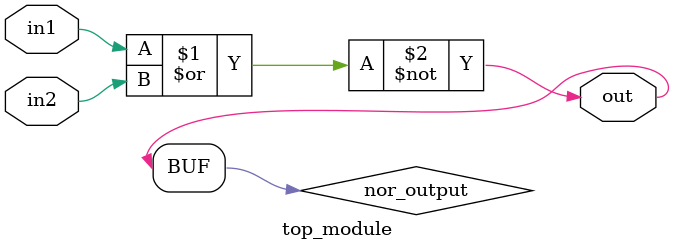
<source format=sv>
module top_module (
    input in1,
    input in2,
    output out
);
    logic nor_output;

    assign nor_output = ~(in1 | in2);
    assign out = nor_output;

endmodule

</source>
